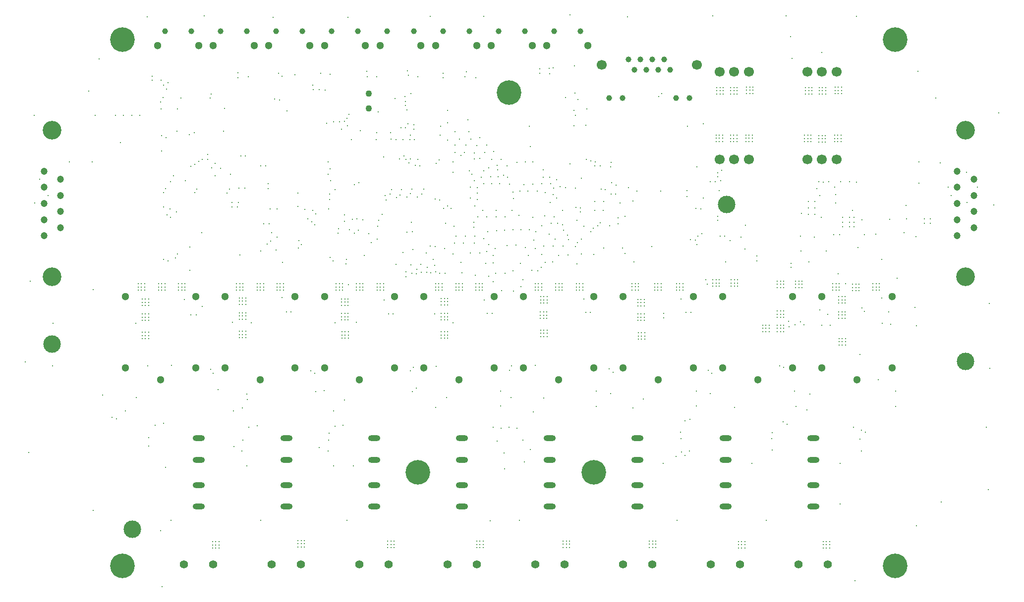
<source format=gbr>
%TF.GenerationSoftware,Altium Limited,Altium Designer,23.11.1 (41)*%
G04 Layer_Color=0*
%FSLAX45Y45*%
%MOMM*%
%TF.SameCoordinates,42F4153E-1698-40C0-8701-72EE62771F10*%
%TF.FilePolarity,Positive*%
%TF.FileFunction,Plated,1,6,PTH,Drill*%
%TF.Part,Single*%
G01*
G75*
%TA.AperFunction,ComponentDrill*%
%ADD119C,1.00000*%
%ADD121C,4.20000*%
%TA.AperFunction,OtherDrill,Pad Free-0 (20.649mm,11.272mm)*%
%ADD122C,3.00000*%
%TA.AperFunction,ComponentDrill*%
%ADD123C,1.30000*%
%ADD124C,3.20000*%
%ADD125C,1.20000*%
%ADD126C,1.10000*%
%ADD127C,1.70000*%
%ADD128C,1.00000*%
%ADD129C,1.70000*%
%ADD130C,1.30000*%
%ADD131C,1.40000*%
%TA.AperFunction,OtherDrill,Pad Free-0 (163mm,40mm)*%
%ADD132C,3.00000*%
%TA.AperFunction,OtherDrill,Pad Free-0 (122.2mm,66.8mm)*%
%ADD133C,3.00000*%
%TA.AperFunction,OtherDrill,Pad Free-0 (7mm,43mm)*%
%ADD134C,3.00000*%
%TA.AperFunction,ComponentDrill*%
%ADD135O,2.10000X1.00000*%
%TA.AperFunction,ViaDrill,NotFilled*%
%ADD136C,0.30000*%
D119*
X3075000Y9650000D02*
D03*
X2625000D02*
D03*
X4025000D02*
D03*
X3575000D02*
D03*
X4975000D02*
D03*
X4525000D02*
D03*
X5925000D02*
D03*
X5475000D02*
D03*
X6875000D02*
D03*
X6425000D02*
D03*
X7825000D02*
D03*
X7375000D02*
D03*
X8775000D02*
D03*
X8325000D02*
D03*
X9725000D02*
D03*
X9275000D02*
D03*
D121*
X9950000Y2100000D02*
D03*
X6950000D02*
D03*
X1900000Y500000D02*
D03*
X8500000Y8600000D02*
D03*
X15100000Y500000D02*
D03*
X1900000Y9500000D02*
D03*
X15100000D02*
D03*
D122*
X2064883Y1127230D02*
D03*
D123*
X14450000Y3690000D02*
D03*
X13850000Y5110000D02*
D03*
X15050000D02*
D03*
X13850000Y3890000D02*
D03*
X15050000D02*
D03*
X12750000Y3690000D02*
D03*
X12150000Y5110000D02*
D03*
X13350000D02*
D03*
X12150000Y3890000D02*
D03*
X13350000D02*
D03*
X11050000Y3690000D02*
D03*
X10450000Y5110000D02*
D03*
X11650000D02*
D03*
X10450000Y3890000D02*
D03*
X11650000D02*
D03*
X9350000Y3690000D02*
D03*
X8750000Y5110000D02*
D03*
X9950000D02*
D03*
X8750000Y3890000D02*
D03*
X9950000D02*
D03*
X7650000Y3690000D02*
D03*
X7050000Y5110000D02*
D03*
X8250000D02*
D03*
X7050000Y3890000D02*
D03*
X8250000D02*
D03*
X5950000Y3690000D02*
D03*
X5350000Y5110000D02*
D03*
X6550000D02*
D03*
X5350000Y3890000D02*
D03*
X6550000D02*
D03*
X4250000Y3690000D02*
D03*
X3650000Y5110000D02*
D03*
X4850000D02*
D03*
X3650000Y3890000D02*
D03*
X4850000D02*
D03*
X2550000Y3690000D02*
D03*
X1950000Y5110000D02*
D03*
X3150000D02*
D03*
X1950000Y3890000D02*
D03*
X3150000D02*
D03*
D124*
X16300000Y7950000D02*
D03*
Y5450000D02*
D03*
X700000Y7950000D02*
D03*
Y5450000D02*
D03*
D125*
X16158000Y7254000D02*
D03*
X16442000Y7115500D02*
D03*
X16158000Y6977000D02*
D03*
X16442000Y6838500D02*
D03*
X16158000Y6700000D02*
D03*
X16442000Y6561500D02*
D03*
X16158000Y6423000D02*
D03*
X16442000Y6284500D02*
D03*
X16158000Y6146000D02*
D03*
X558000Y7254000D02*
D03*
X842000Y7115500D02*
D03*
X558000Y6977000D02*
D03*
X842000Y6838500D02*
D03*
X558000Y6700000D02*
D03*
X842000Y6561500D02*
D03*
X558000Y6423000D02*
D03*
X842000Y6284500D02*
D03*
X558000Y6146000D02*
D03*
D126*
X6105000Y8582000D02*
D03*
Y8328000D02*
D03*
D127*
X10087000Y9074000D02*
D03*
X11713000D02*
D03*
D128*
X11586200Y8503000D02*
D03*
X11357200D02*
D03*
X10443200D02*
D03*
X10214200D02*
D03*
X10646600Y8985200D02*
D03*
X10849800D02*
D03*
X11053000D02*
D03*
X11256200D02*
D03*
X11154600Y9163000D02*
D03*
X10951400D02*
D03*
X10748200D02*
D03*
X10545000D02*
D03*
D129*
X12600000Y7450000D02*
D03*
X12350000D02*
D03*
X14100000D02*
D03*
X13850000D02*
D03*
X13600000D02*
D03*
X14100000Y8950000D02*
D03*
X13850000D02*
D03*
X13600000D02*
D03*
X12100000Y7450000D02*
D03*
X12600000Y8950000D02*
D03*
X12350000D02*
D03*
X12100000D02*
D03*
D130*
X3200000Y9400000D02*
D03*
X2500000D02*
D03*
X4150000D02*
D03*
X3450000D02*
D03*
X5100000D02*
D03*
X4400000D02*
D03*
X6050000D02*
D03*
X5350000D02*
D03*
X7000000D02*
D03*
X6300000D02*
D03*
X7950000D02*
D03*
X7250000D02*
D03*
X8900000D02*
D03*
X8200000D02*
D03*
X9850000D02*
D03*
X9150000D02*
D03*
D131*
X2950000Y530000D02*
D03*
X3450000D02*
D03*
X4450000D02*
D03*
X4950000D02*
D03*
X5950000D02*
D03*
X6450000D02*
D03*
X7450000D02*
D03*
X7950000D02*
D03*
X8950000D02*
D03*
X9450000D02*
D03*
X10450000D02*
D03*
X10950000D02*
D03*
X11950000D02*
D03*
X12450000D02*
D03*
X13450000D02*
D03*
X13950000D02*
D03*
D132*
X16300000Y4000000D02*
D03*
D133*
X12220000Y6680000D02*
D03*
D134*
X700000Y4300000D02*
D03*
D135*
X6200000Y2685000D02*
D03*
Y2315000D02*
D03*
Y1885000D02*
D03*
Y1515000D02*
D03*
X10700000Y2685000D02*
D03*
Y2315000D02*
D03*
Y1885000D02*
D03*
Y1515000D02*
D03*
X13700000Y2685000D02*
D03*
Y2315000D02*
D03*
Y1885000D02*
D03*
Y1515000D02*
D03*
X3200000Y2685000D02*
D03*
Y2315000D02*
D03*
Y1885000D02*
D03*
Y1515000D02*
D03*
X7700000Y2685000D02*
D03*
Y2315000D02*
D03*
Y1885000D02*
D03*
Y1515000D02*
D03*
X12200000Y2685000D02*
D03*
Y2315000D02*
D03*
Y1885000D02*
D03*
Y1515000D02*
D03*
X4700000Y2685000D02*
D03*
Y2315000D02*
D03*
Y1885000D02*
D03*
Y1515000D02*
D03*
X9200000Y2685000D02*
D03*
Y2315000D02*
D03*
Y1885000D02*
D03*
Y1515000D02*
D03*
D136*
X14080000Y6710000D02*
D03*
X13808182Y6840000D02*
D03*
X13839999Y6460000D02*
D03*
X15285001Y6670000D02*
D03*
X4710000Y8280000D02*
D03*
X5736301Y8157325D02*
D03*
X5690000Y8103500D02*
D03*
X5767931Y8220890D02*
D03*
X6340000Y6510000D02*
D03*
X6275000Y6410000D02*
D03*
X6260000Y6310000D02*
D03*
X2840000Y8315000D02*
D03*
X4635000Y5695000D02*
D03*
X6570000Y5660000D02*
D03*
X13920000Y5890000D02*
D03*
X4900325Y6877796D02*
D03*
X4420901Y6605913D02*
D03*
X5452730Y7089163D02*
D03*
X5410000Y7410000D02*
D03*
X15506749Y7049297D02*
D03*
X14535828Y6424666D02*
D03*
X15294608Y6433935D02*
D03*
X15005095Y6426225D02*
D03*
X14374689Y6584600D02*
D03*
X15700000Y6437309D02*
D03*
X15699384Y6358438D02*
D03*
X9543378Y7379408D02*
D03*
X9189428Y9012212D02*
D03*
X7773471Y8949577D02*
D03*
X4895080Y6646156D02*
D03*
X3576562Y7301390D02*
D03*
X15461000Y4608000D02*
D03*
X8996405Y5550209D02*
D03*
X5842000Y2215000D02*
D03*
X5414459Y2469103D02*
D03*
X8766194Y2277461D02*
D03*
X3936060Y2465910D02*
D03*
X5430000Y2770000D02*
D03*
X11359877Y2377988D02*
D03*
X11585671Y2463462D02*
D03*
X11508823Y2395012D02*
D03*
X15595975Y6358438D02*
D03*
X15441333Y4922605D02*
D03*
X15596590Y6437309D02*
D03*
X15454202Y6136146D02*
D03*
X15251007Y6204846D02*
D03*
X14199130Y6300000D02*
D03*
Y6380000D02*
D03*
X14150850Y6165000D02*
D03*
X13967805Y7070749D02*
D03*
X13873396Y7067457D02*
D03*
X14570688Y6163523D02*
D03*
X14768398Y6179457D02*
D03*
X16005237Y6976752D02*
D03*
X16321611Y7230810D02*
D03*
X16505820Y6980176D02*
D03*
X16326405Y6720639D02*
D03*
X16056596Y6837054D02*
D03*
X402946Y6708306D02*
D03*
X627857Y6836174D02*
D03*
X485147Y7112461D02*
D03*
X7685683Y5690890D02*
D03*
X10488604Y5845523D02*
D03*
X3418286Y8570809D02*
D03*
X3125000Y7915000D02*
D03*
X2561500Y8320000D02*
D03*
X2651261Y8653618D02*
D03*
X2682173Y8767500D02*
D03*
X6890000Y7790000D02*
D03*
X6810000D02*
D03*
X6690000D02*
D03*
X6570000D02*
D03*
X2594500Y8514500D02*
D03*
X2553500Y8440000D02*
D03*
X2604931Y8724931D02*
D03*
X2564069Y8810000D02*
D03*
X1780000Y8210000D02*
D03*
X1920000D02*
D03*
X2060000D02*
D03*
X2200000D02*
D03*
X2410000Y8880000D02*
D03*
Y8810000D02*
D03*
X5341465Y3500388D02*
D03*
X6849483Y3483054D02*
D03*
X8360703Y3240479D02*
D03*
X8359581Y3487286D02*
D03*
X9992999Y3228139D02*
D03*
X9996365Y3490652D02*
D03*
X11702700Y3234868D02*
D03*
X11704945Y3489529D02*
D03*
X13381219Y3490442D02*
D03*
X15108311Y3230017D02*
D03*
Y3488915D02*
D03*
X3949463Y3202397D02*
D03*
X4024915Y3436988D02*
D03*
X13257663Y2923422D02*
D03*
X13187663Y2968422D02*
D03*
X13404553Y3232172D02*
D03*
X11433659Y2786500D02*
D03*
X11510817Y2982150D02*
D03*
X9260000Y9020000D02*
D03*
X5415526Y7198825D02*
D03*
X13323077Y5611528D02*
D03*
X12740000Y5800000D02*
D03*
X5900713Y6440325D02*
D03*
X5826241Y6430730D02*
D03*
X5690449Y6504550D02*
D03*
X12535352Y5922589D02*
D03*
X13725000Y6512500D02*
D03*
X13614999D02*
D03*
X13725000Y6622500D02*
D03*
X13614999D02*
D03*
X13725000Y6732500D02*
D03*
X13614999D02*
D03*
X3255000Y6205000D02*
D03*
X3910000Y5820000D02*
D03*
X4261979Y5885984D02*
D03*
X3780000Y4670000D02*
D03*
X4100000Y4660000D02*
D03*
X5900000Y4665000D02*
D03*
X5535000Y4660000D02*
D03*
X5760000Y5315000D02*
D03*
X6835000Y6380000D02*
D03*
X7545000Y7230000D02*
D03*
X7455000Y8290000D02*
D03*
X2895000Y8500000D02*
D03*
X1870000Y7740000D02*
D03*
X710000Y3920000D02*
D03*
X715000Y4655000D02*
D03*
X2125000Y4650000D02*
D03*
X2330000Y3920000D02*
D03*
X2735000Y3930000D02*
D03*
X7260000Y3915000D02*
D03*
X8955000Y3930000D02*
D03*
X7550000Y4660000D02*
D03*
X7230000Y4810000D02*
D03*
X14814999Y3685000D02*
D03*
X14499409Y4116097D02*
D03*
X14250000Y5330000D02*
D03*
X15130000Y5420000D02*
D03*
X14464999Y5950000D02*
D03*
X13720000Y6125000D02*
D03*
X6485000Y815000D02*
D03*
X6540000D02*
D03*
X8060000Y925000D02*
D03*
X3440000Y860000D02*
D03*
X4955000Y880000D02*
D03*
X5010000D02*
D03*
X4900000Y825000D02*
D03*
X6430000Y925000D02*
D03*
X8060000Y870000D02*
D03*
X3495000Y915000D02*
D03*
Y860000D02*
D03*
Y805000D02*
D03*
X4900000Y880000D02*
D03*
X4955000Y935000D02*
D03*
X3550000Y915000D02*
D03*
X8060000Y815000D02*
D03*
X7950000Y925000D02*
D03*
X3550000Y805000D02*
D03*
X5010000Y935000D02*
D03*
X6430000Y815000D02*
D03*
Y870000D02*
D03*
X8005000Y870000D02*
D03*
X6485000D02*
D03*
X4955000Y825000D02*
D03*
X5010000D02*
D03*
X6485000Y925000D02*
D03*
X3440000Y915000D02*
D03*
X3550000Y860000D02*
D03*
X3440000Y805000D02*
D03*
X6540000Y925000D02*
D03*
X8005000Y815000D02*
D03*
X7950000Y870000D02*
D03*
Y815000D02*
D03*
X8005000Y925000D02*
D03*
X4900000Y935000D02*
D03*
X6540000Y870000D02*
D03*
X2820190Y6555000D02*
D03*
X2720000Y6465000D02*
D03*
X2662580Y6506760D02*
D03*
X5070000Y6440000D02*
D03*
X5130000Y6390000D02*
D03*
X6390000Y6835000D02*
D03*
X6475000Y6865000D02*
D03*
X9740000Y5835000D02*
D03*
X9950000Y5825000D02*
D03*
X8865000Y7675000D02*
D03*
X7798226Y8129193D02*
D03*
X8850147Y8017918D02*
D03*
X6555000Y8495000D02*
D03*
X6270000Y8265000D02*
D03*
X5960000Y7945000D02*
D03*
X5815000Y7795000D02*
D03*
X5640000Y7970000D02*
D03*
X1325000Y8620000D02*
D03*
X1504927Y9168770D02*
D03*
X2320000Y9890000D02*
D03*
X3295000Y9905000D02*
D03*
X4470000Y9885000D02*
D03*
X5755000Y9880000D02*
D03*
X7160000Y9900000D02*
D03*
X8075000D02*
D03*
X9545000Y9925000D02*
D03*
X10530000Y9895000D02*
D03*
X11985000Y9905000D02*
D03*
X13239999Y9910000D02*
D03*
X13310001Y9550000D02*
D03*
X13335001Y9185000D02*
D03*
X13845000Y9285000D02*
D03*
X14439999Y9900000D02*
D03*
X15489999Y8960000D02*
D03*
X15795000Y8500000D02*
D03*
X16870000Y8250000D02*
D03*
X16780000Y6675000D02*
D03*
X16710001Y4990000D02*
D03*
X16720000Y3880000D02*
D03*
X16660001Y2875000D02*
D03*
X16695000Y1810000D02*
D03*
X15889999Y1595000D02*
D03*
X15461340Y1191161D02*
D03*
X14410001Y250000D02*
D03*
X2555000Y1100000D02*
D03*
X2580000Y145000D02*
D03*
X240000Y3995000D02*
D03*
X300000Y2440000D02*
D03*
X1400000Y1455000D02*
D03*
X1795000Y3020000D02*
D03*
X5935000Y7055000D02*
D03*
X7825000Y7260000D02*
D03*
X7260000Y7390000D02*
D03*
X6400000Y6760000D02*
D03*
X6645000Y6845000D02*
D03*
X6820000Y6870000D02*
D03*
X7010000Y6865000D02*
D03*
X6940000Y6810000D02*
D03*
X6760000D02*
D03*
X11797309Y6186759D02*
D03*
X11730000Y6140000D02*
D03*
X11715000Y6000000D02*
D03*
X11605000Y6080000D02*
D03*
X11685000Y6075000D02*
D03*
X9825000Y7450000D02*
D03*
X9975000Y7415000D02*
D03*
X10245000Y7405000D02*
D03*
X9024999Y9005000D02*
D03*
X7375000Y8855000D02*
D03*
X6785000Y8895000D02*
D03*
X6770000Y8970000D02*
D03*
X6085000Y8870000D02*
D03*
X6075000Y8965000D02*
D03*
X4625000Y8875000D02*
D03*
X3875000Y8850000D02*
D03*
X5160000Y8645000D02*
D03*
X5260000D02*
D03*
X4580000Y8470000D02*
D03*
X3071496Y7333248D02*
D03*
X3265106Y7456292D02*
D03*
X3205000Y7418500D02*
D03*
X3135000Y7365000D02*
D03*
X3725330Y6944670D02*
D03*
X4385000Y7035000D02*
D03*
X3140000Y6885000D02*
D03*
X2635000Y6955000D02*
D03*
X2600000Y5740000D02*
D03*
X2805000Y5770000D02*
D03*
X2680000Y5715000D02*
D03*
X11145000Y4745000D02*
D03*
X14880000Y4655000D02*
D03*
X14530000Y4915000D02*
D03*
X13195000Y3895000D02*
D03*
X11970000Y3795000D02*
D03*
X13130000Y3925000D02*
D03*
X10285000Y3810000D02*
D03*
X8550000Y3920000D02*
D03*
X6870000Y3895000D02*
D03*
X5185000Y3795000D02*
D03*
X3450000Y3800000D02*
D03*
X11590143Y3012672D02*
D03*
X14589452Y2789632D02*
D03*
X12895000Y1280000D02*
D03*
X11370000D02*
D03*
X8685000Y1285000D02*
D03*
X8180000Y1275000D02*
D03*
X5735000Y1280000D02*
D03*
X4260000Y1285000D02*
D03*
X1400000Y5225000D02*
D03*
X325000Y5375000D02*
D03*
X1435000Y8205000D02*
D03*
X395000D02*
D03*
X997142Y7409179D02*
D03*
X1385000Y7410000D02*
D03*
X2835000Y7935000D02*
D03*
X2565000Y7600000D02*
D03*
X3400000Y8500000D02*
D03*
X3645000Y8325000D02*
D03*
X2570000Y7860000D02*
D03*
X3045000Y7880000D02*
D03*
X4000000Y7510000D02*
D03*
X4310000Y6350000D02*
D03*
X4435000Y6060000D02*
D03*
X4955000Y5995000D02*
D03*
X4910000Y6065000D02*
D03*
X5495000Y5715000D02*
D03*
X5715000Y5665000D02*
D03*
X5450000Y5775000D02*
D03*
X5150000Y6583500D02*
D03*
X5200000Y6525000D02*
D03*
X5185000Y6335000D02*
D03*
X12070000Y7158000D02*
D03*
Y7229000D02*
D03*
X6723459Y8529959D02*
D03*
X11064358Y8528324D02*
D03*
X11114562Y8578529D02*
D03*
X11540000Y6920000D02*
D03*
X11545000Y6820000D02*
D03*
X9205000Y6715000D02*
D03*
X7515000Y6615000D02*
D03*
X7160000Y5975000D02*
D03*
X8240000Y7588500D02*
D03*
X8910000Y7410000D02*
D03*
X8780000D02*
D03*
X13510001Y5371500D02*
D03*
X13455000D02*
D03*
X11890000Y5320000D02*
D03*
X11864840Y5399840D02*
D03*
X12200000Y5700000D02*
D03*
X11985000Y5395000D02*
D03*
X12355000D02*
D03*
X12300000D02*
D03*
X12040000D02*
D03*
X12095000D02*
D03*
X12410000D02*
D03*
X13139999Y5375000D02*
D03*
X13195000D02*
D03*
X13085001D02*
D03*
X13630000Y5700000D02*
D03*
X13400000Y5371500D02*
D03*
X10120000Y6730000D02*
D03*
X6760000Y8300000D02*
D03*
X9470000Y6970000D02*
D03*
X9320000Y7110000D02*
D03*
X9215000Y7040000D02*
D03*
X9200000Y7150000D02*
D03*
X9090000Y7280000D02*
D03*
X9380000Y6990000D02*
D03*
X9265000Y6960000D02*
D03*
X7865000Y7200000D02*
D03*
X3745000Y7198500D02*
D03*
X2975000Y7090000D02*
D03*
X2773000Y7175000D02*
D03*
X10322460Y6857284D02*
D03*
X10251920Y6865352D02*
D03*
X10330000Y7010000D02*
D03*
X10370000Y6350000D02*
D03*
X10482500Y6477500D02*
D03*
X10225000Y6320000D02*
D03*
X10370000Y6455001D02*
D03*
X10402500Y6707500D02*
D03*
X10622500Y6742500D02*
D03*
X7450000Y8080000D02*
D03*
X7420000Y6365000D02*
D03*
X5865000Y7020000D02*
D03*
X5860000Y6190000D02*
D03*
X6253286Y6086714D02*
D03*
X10547500Y6972500D02*
D03*
X6585000Y6800000D02*
D03*
X6665000Y6935000D02*
D03*
X6793000Y7397494D02*
D03*
X6744714Y7454959D02*
D03*
X6708500Y7516550D02*
D03*
X6635000Y7465000D02*
D03*
X13320000Y5675000D02*
D03*
X12740000Y5715000D02*
D03*
X12465000Y6125000D02*
D03*
X12277889Y6062111D02*
D03*
X10640000Y5700000D02*
D03*
X9250000D02*
D03*
X9510000Y5820000D02*
D03*
X9350000Y5810000D02*
D03*
X9120000Y5695000D02*
D03*
X9061500Y5829067D02*
D03*
X8829670Y5810330D02*
D03*
X8007111Y5851462D02*
D03*
X7839770Y5850263D02*
D03*
X4904169Y5935948D02*
D03*
X6777023Y8065000D02*
D03*
X3355000Y7535500D02*
D03*
X3360000Y7455000D02*
D03*
X6980000Y7345000D02*
D03*
X6730000Y7995000D02*
D03*
X6880000Y8050000D02*
D03*
X6875000Y7970000D02*
D03*
X6655000Y7995000D02*
D03*
X6240000Y7910000D02*
D03*
X6233620Y7794999D02*
D03*
X3625000Y7935000D02*
D03*
X3482455Y7384726D02*
D03*
X3420000Y7310000D02*
D03*
X6815000Y7870000D02*
D03*
X6950000Y7455000D02*
D03*
X6900000Y7355000D02*
D03*
X6815000Y7465000D02*
D03*
X3170000Y6950000D02*
D03*
X6360000Y7500000D02*
D03*
X6735000Y8447000D02*
D03*
Y8376000D02*
D03*
X4526112Y5902694D02*
D03*
X3055000Y5955000D02*
D03*
X2840000Y5840000D02*
D03*
X2605000Y6885000D02*
D03*
X14050000Y6165000D02*
D03*
X14125000Y5495000D02*
D03*
X13795000Y7070000D02*
D03*
X6739427Y5534606D02*
D03*
X6739670Y5444670D02*
D03*
X6920000Y5500000D02*
D03*
X6845000Y5502522D02*
D03*
X6926541Y5572302D02*
D03*
X1720000Y3040000D02*
D03*
X6495000Y6940000D02*
D03*
X6690000Y5860000D02*
D03*
X6825000Y5650000D02*
D03*
X3410000Y3865000D02*
D03*
X6760000Y6210000D02*
D03*
X7000000Y5660660D02*
D03*
X5120000Y3840000D02*
D03*
X7005000Y5520000D02*
D03*
X6815000Y3840000D02*
D03*
X7095000Y5520000D02*
D03*
X8515000Y3850000D02*
D03*
X10240213Y7328415D02*
D03*
X6845000Y6945000D02*
D03*
X7211961Y5740299D02*
D03*
X7110000Y5605000D02*
D03*
X7170000Y5515000D02*
D03*
X7320000Y5510000D02*
D03*
X7250000Y5530000D02*
D03*
X7235000Y5645000D02*
D03*
X7305000Y5325000D02*
D03*
X7250000D02*
D03*
X7360000D02*
D03*
X10211406Y3873594D02*
D03*
X6855000Y6215000D02*
D03*
X7407280Y5510084D02*
D03*
X8215000Y4820000D02*
D03*
X11910000Y3850000D02*
D03*
X7050000Y6950000D02*
D03*
X7705000Y5325000D02*
D03*
X7650000D02*
D03*
X7595000D02*
D03*
X8080000Y5050000D02*
D03*
X7940000Y5215000D02*
D03*
X13480000Y4675000D02*
D03*
X13280000Y4685000D02*
D03*
X13285001Y4595000D02*
D03*
X5745000Y8030000D02*
D03*
X5510000Y8100000D02*
D03*
X7936682Y8847597D02*
D03*
X7335000Y8020000D02*
D03*
X7310000Y7445000D02*
D03*
X6945000Y8865000D02*
D03*
X6825000Y8580000D02*
D03*
X5445000Y8912081D02*
D03*
X5155000Y8720000D02*
D03*
X4021288Y2208835D02*
D03*
X2645000Y7830000D02*
D03*
X5605000Y8100000D02*
D03*
X6010000Y6425000D02*
D03*
X5390000Y8075000D02*
D03*
X13195000Y4510000D02*
D03*
Y4565000D02*
D03*
X13385001Y4630000D02*
D03*
X3050000Y5560000D02*
D03*
X2605000Y6645000D02*
D03*
X3770000Y6720000D02*
D03*
X3775000Y6640000D02*
D03*
X4543161Y6609858D02*
D03*
X5019241Y6597078D02*
D03*
X5690000Y6397550D02*
D03*
X3865000Y6645000D02*
D03*
X3885000Y6715000D02*
D03*
X7240000Y6780000D02*
D03*
X7385000Y6615000D02*
D03*
X4345000Y7340000D02*
D03*
X5440000Y6770000D02*
D03*
X5530000Y6940000D02*
D03*
X5447252Y7293012D02*
D03*
X4260000Y7345000D02*
D03*
X5437500Y6857500D02*
D03*
X5425000Y6610039D02*
D03*
X11940000Y7070000D02*
D03*
X12140000Y7270000D02*
D03*
X12115000Y7090000D02*
D03*
X6150000Y6030000D02*
D03*
X5730000Y5740000D02*
D03*
X7450000Y6655000D02*
D03*
X7320000Y6760000D02*
D03*
X12021998Y7073003D02*
D03*
X4385000Y6955000D02*
D03*
X3925000Y7510000D02*
D03*
X4500000Y8485000D02*
D03*
X5360000Y8640000D02*
D03*
X9470000Y8510000D02*
D03*
X13850000Y4615000D02*
D03*
X8135000Y4820000D02*
D03*
X6450000Y4815000D02*
D03*
X4700000Y4845000D02*
D03*
X3065000Y4795000D02*
D03*
X5590000Y6266952D02*
D03*
X7740000Y7570000D02*
D03*
X7680000Y7525000D02*
D03*
X6488336Y7797500D02*
D03*
X6107500Y6187500D02*
D03*
X9505000Y6155000D02*
D03*
X9520965Y6085818D02*
D03*
X3875000Y8935000D02*
D03*
X4570000Y8930000D02*
D03*
X5285000D02*
D03*
X7380000D02*
D03*
X9024999D02*
D03*
X9815000Y4840000D02*
D03*
X9150000Y4735000D02*
D03*
Y4790000D02*
D03*
X9095000Y4735000D02*
D03*
X9040000D02*
D03*
X9100000Y4535000D02*
D03*
X9155000D02*
D03*
X9045000D02*
D03*
Y4425000D02*
D03*
X9100000D02*
D03*
X9045000Y4480000D02*
D03*
X9155000Y4425000D02*
D03*
X9100000Y4480000D02*
D03*
X9155000D02*
D03*
X10815000Y4810000D02*
D03*
X11530000Y4835000D02*
D03*
X11695000Y6615000D02*
D03*
X11440000Y2680000D02*
D03*
X3960000Y2655000D02*
D03*
X5425000D02*
D03*
X8430000Y2160000D02*
D03*
X8420000Y2435000D02*
D03*
X8865000Y2495000D02*
D03*
X11450000Y2450000D02*
D03*
X13000000Y2485000D02*
D03*
X14525000Y2465000D02*
D03*
X2345000Y2695000D02*
D03*
X9970000Y6585000D02*
D03*
X10115000D02*
D03*
X9970000Y6730000D02*
D03*
X9193932Y8914896D02*
D03*
X7750000Y8865000D02*
D03*
X6240000D02*
D03*
X4850000Y8900000D02*
D03*
X4050000Y8865000D02*
D03*
X9680000Y8475000D02*
D03*
X9815000Y8040000D02*
D03*
X9835000Y8315000D02*
D03*
X11550000Y8025000D02*
D03*
X11825000Y8065000D02*
D03*
X9900000Y7430000D02*
D03*
X11780000Y6610000D02*
D03*
X11710000Y7330000D02*
D03*
X14195000Y4280000D02*
D03*
X14250000Y4335000D02*
D03*
Y4280000D02*
D03*
X14195000Y4335000D02*
D03*
X14575000Y4855000D02*
D03*
X13139999Y4565000D02*
D03*
X13195000Y4620000D02*
D03*
X13085001Y4510000D02*
D03*
X13139999D02*
D03*
Y4620000D02*
D03*
X13085001Y4565000D02*
D03*
Y4620000D02*
D03*
X13545000Y4625000D02*
D03*
X5650000Y4395000D02*
D03*
X5705000D02*
D03*
X5650000Y4450000D02*
D03*
X5760000Y4395000D02*
D03*
X10705000Y4950000D02*
D03*
X10760000D02*
D03*
X10815000D02*
D03*
X9890000Y4840000D02*
D03*
X10760000Y4810000D02*
D03*
X10705000D02*
D03*
X11145000Y4820000D02*
D03*
X8153580Y5458500D02*
D03*
X7925000Y5471000D02*
D03*
X6030000Y5810000D02*
D03*
X8050000Y5270000D02*
D03*
X4405000Y6350000D02*
D03*
X4375000Y6005000D02*
D03*
X4545000Y6125000D02*
D03*
X3260000Y4940000D02*
D03*
X5585000Y6190000D02*
D03*
X4445000Y6200000D02*
D03*
X14519450Y2824632D02*
D03*
X3995000Y6965000D02*
D03*
X12995467Y2779671D02*
D03*
X3690000Y6880000D02*
D03*
X4650000Y5325000D02*
D03*
X10800000Y3360000D02*
D03*
X3485000Y7175000D02*
D03*
X3890000Y6960000D02*
D03*
X7455000Y4395000D02*
D03*
X7400000D02*
D03*
X8500000Y2870000D02*
D03*
X2725000Y7075000D02*
D03*
X7400000Y4450000D02*
D03*
X7345000Y4395000D02*
D03*
Y4505000D02*
D03*
Y4450000D02*
D03*
X8235000Y2870000D02*
D03*
X4005000Y4515000D02*
D03*
Y4460000D02*
D03*
Y4405000D02*
D03*
X3950000D02*
D03*
X5510000Y3150000D02*
D03*
X5665000Y2910000D02*
D03*
X2710000Y6610000D02*
D03*
X4200000Y2895000D02*
D03*
X2345000Y4440000D02*
D03*
Y4385000D02*
D03*
X2290000D02*
D03*
Y4440000D02*
D03*
Y4495000D02*
D03*
X2345000D02*
D03*
X2235000Y4385000D02*
D03*
Y4810000D02*
D03*
Y4440000D02*
D03*
Y4700000D02*
D03*
Y4495000D02*
D03*
Y4755000D02*
D03*
X2140000Y3380000D02*
D03*
X2170000Y5215000D02*
D03*
Y5270000D02*
D03*
X2290000Y4755000D02*
D03*
Y4700000D02*
D03*
Y4810000D02*
D03*
X2600000Y2940000D02*
D03*
X7696187Y5513819D02*
D03*
X9430000Y5970000D02*
D03*
X11825000Y6790000D02*
D03*
X12095000Y6920000D02*
D03*
X15505000Y7415000D02*
D03*
X15870000Y7395000D02*
D03*
X12540000Y6330000D02*
D03*
X12070000Y6480000D02*
D03*
Y6410000D02*
D03*
X12190000Y6140000D02*
D03*
X12110000D02*
D03*
X14870000Y5740000D02*
D03*
X13500000Y6530000D02*
D03*
X13489999Y5890000D02*
D03*
X13480000Y6140000D02*
D03*
X14199130Y6460000D02*
D03*
X14439999Y7065000D02*
D03*
X14320000Y7070000D02*
D03*
X14170000D02*
D03*
X14070000Y6980000D02*
D03*
X13764999Y6955000D02*
D03*
X14085001Y6850000D02*
D03*
X14400000Y6460000D02*
D03*
Y6380000D02*
D03*
Y6300000D02*
D03*
X14320000D02*
D03*
Y6380000D02*
D03*
Y6460000D02*
D03*
X12360000Y3210000D02*
D03*
X9100000Y3370000D02*
D03*
X7440000Y3380000D02*
D03*
X2960000Y5060000D02*
D03*
X3161033Y4795406D02*
D03*
X4630000Y5090000D02*
D03*
X4775000Y4845000D02*
D03*
X6370000Y5050000D02*
D03*
X6525000Y4815000D02*
D03*
X9780000Y5070000D02*
D03*
X11440000D02*
D03*
X11610000Y4835000D02*
D03*
X13810001Y4880000D02*
D03*
X13950000Y4800000D02*
D03*
X13989999Y4620000D02*
D03*
X14870000Y5080000D02*
D03*
X14989999Y4850000D02*
D03*
X15019914Y4633312D02*
D03*
X13589999Y3170000D02*
D03*
X13639999Y3440000D02*
D03*
X11940000Y3450000D02*
D03*
X10240000D02*
D03*
X10620000Y3200000D02*
D03*
X8920000Y3140000D02*
D03*
X8540000Y3380000D02*
D03*
X7250000Y3210000D02*
D03*
X6920724Y3538210D02*
D03*
X5690000Y3340000D02*
D03*
X5205715Y3485203D02*
D03*
X4030000Y3350000D02*
D03*
X3536073Y3519908D02*
D03*
X3800000Y3150000D02*
D03*
X1560000Y3420000D02*
D03*
X1950000Y3150000D02*
D03*
X2460000Y2910000D02*
D03*
X2344400Y2552038D02*
D03*
X2640000Y2190000D02*
D03*
X4060000Y2870000D02*
D03*
X3800645Y2541651D02*
D03*
X5530000Y2890000D02*
D03*
X5260953Y2526923D02*
D03*
X5503161Y2208811D02*
D03*
X8370000Y2860000D02*
D03*
X8300000Y2640000D02*
D03*
X8740000Y2650000D02*
D03*
X8640000Y2860000D02*
D03*
X11140000Y2258695D02*
D03*
X12989999Y2680000D02*
D03*
X12652308Y2258695D02*
D03*
X14500000Y2670000D02*
D03*
X14389783Y2874767D02*
D03*
X14161761Y2258695D02*
D03*
X14160001Y1560000D02*
D03*
X2730000Y1280000D02*
D03*
X13925000Y920000D02*
D03*
Y865000D02*
D03*
X13980000D02*
D03*
X13925000Y810000D02*
D03*
X13870000D02*
D03*
X13980000D02*
D03*
X13870000Y865000D02*
D03*
Y920000D02*
D03*
X13980000D02*
D03*
X12475000D02*
D03*
Y865000D02*
D03*
X12530000D02*
D03*
X12475000Y810000D02*
D03*
X12420000D02*
D03*
X12530000D02*
D03*
X12420000Y865000D02*
D03*
Y920000D02*
D03*
X12530000D02*
D03*
X10955000Y930000D02*
D03*
Y875000D02*
D03*
X11010000D02*
D03*
X10955000Y820000D02*
D03*
X10900000D02*
D03*
X11010000D02*
D03*
X10900000Y875000D02*
D03*
Y930000D02*
D03*
X11010000D02*
D03*
X9485000D02*
D03*
Y875000D02*
D03*
X9540000D02*
D03*
X9485000Y820000D02*
D03*
X9430000D02*
D03*
X9540000D02*
D03*
X9430000Y875000D02*
D03*
Y930000D02*
D03*
X9540000D02*
D03*
X7240000Y5960000D02*
D03*
X7560000Y6310000D02*
D03*
X7550000Y7410000D02*
D03*
X6480000Y7910000D02*
D03*
X5930000Y6240000D02*
D03*
X5780000Y6250000D02*
D03*
X6860000Y5910000D02*
D03*
X7090000Y5850000D02*
D03*
X9050000Y5610000D02*
D03*
X9660000Y5670000D02*
D03*
X10940000Y5960000D02*
D03*
X10440000Y5935000D02*
D03*
X10120000D02*
D03*
X9640000Y6960000D02*
D03*
X9740000Y7130000D02*
D03*
X9970000Y7340000D02*
D03*
X10060000D02*
D03*
X10255000Y7060000D02*
D03*
X9640000Y8210000D02*
D03*
X9610000Y8030000D02*
D03*
Y8290000D02*
D03*
X9620000Y9050000D02*
D03*
X9630000Y8590000D02*
D03*
X13663612Y7867731D02*
D03*
X13553613D02*
D03*
Y7812731D02*
D03*
X13663612Y7757731D02*
D03*
X13553613D02*
D03*
X13608614D02*
D03*
X13663612Y7812731D02*
D03*
X13608614D02*
D03*
Y7867731D02*
D03*
X13908614Y7862731D02*
D03*
X13798613D02*
D03*
Y7807731D02*
D03*
X13908614Y7752731D02*
D03*
X13798613D02*
D03*
X13853613D02*
D03*
X13908614Y7807731D02*
D03*
X13853613D02*
D03*
Y7862731D02*
D03*
X14173613Y7867731D02*
D03*
X14063612D02*
D03*
Y7812731D02*
D03*
X14173613Y7757731D02*
D03*
X14063612D02*
D03*
X14118613D02*
D03*
X14173613Y7812731D02*
D03*
X14118613D02*
D03*
Y7867731D02*
D03*
X13678613Y8682731D02*
D03*
X13568613D02*
D03*
Y8627731D02*
D03*
X13678613Y8572731D02*
D03*
X13568613D02*
D03*
X13623613D02*
D03*
X13678613Y8627731D02*
D03*
X13623613D02*
D03*
Y8682731D02*
D03*
X13913612D02*
D03*
X13803613D02*
D03*
Y8627731D02*
D03*
X13913612Y8572731D02*
D03*
X13803613D02*
D03*
X13858614D02*
D03*
X13913612Y8627731D02*
D03*
X13858614D02*
D03*
Y8682731D02*
D03*
X14183614Y8687731D02*
D03*
X14073613D02*
D03*
Y8632731D02*
D03*
X14183614Y8577731D02*
D03*
X14073613D02*
D03*
X14128613D02*
D03*
X14183614Y8632731D02*
D03*
X14128613D02*
D03*
Y8687731D02*
D03*
X7330000Y7870000D02*
D03*
X7580000Y7930000D02*
D03*
X7820000D02*
D03*
X8000000Y7830000D02*
D03*
X8120000Y7700000D02*
D03*
X8370000Y7450000D02*
D03*
X7850000Y7800000D02*
D03*
X7660000D02*
D03*
X7450000Y7780000D02*
D03*
X7580000Y7700000D02*
D03*
X7770000D02*
D03*
X7580000Y7570000D02*
D03*
X7910000Y7560000D02*
D03*
Y7460000D02*
D03*
X8000000Y7470000D02*
D03*
X8160000Y7310000D02*
D03*
X8070000Y7260000D02*
D03*
X7840000Y6790000D02*
D03*
Y6980000D02*
D03*
X7910000Y7090000D02*
D03*
X8030000Y7150000D02*
D03*
X8190000Y7160000D02*
D03*
X8320000D02*
D03*
X8470000Y7340000D02*
D03*
X8640000Y7400000D02*
D03*
X9090000Y7150000D02*
D03*
X9290000Y6090000D02*
D03*
X9640000Y5960000D02*
D03*
X8892365Y5560279D02*
D03*
X8740000Y5400000D02*
D03*
X8710000Y5280000D02*
D03*
X8580541Y5202687D02*
D03*
X8380000Y5210000D02*
D03*
X8230000Y5360000D02*
D03*
X7550000Y5840000D02*
D03*
X8110000Y5680000D02*
D03*
X3895000Y4515000D02*
D03*
Y4460000D02*
D03*
Y4405000D02*
D03*
X3950000Y4460000D02*
D03*
Y4515000D02*
D03*
X5760000Y4505000D02*
D03*
X5650000D02*
D03*
X5760000Y4450000D02*
D03*
X5705000D02*
D03*
Y4505000D02*
D03*
X7455000D02*
D03*
Y4450000D02*
D03*
X7400000Y4505000D02*
D03*
X10820000Y4490000D02*
D03*
X10710000D02*
D03*
Y4435000D02*
D03*
X10820000Y4380000D02*
D03*
X10710000D02*
D03*
X10765000D02*
D03*
X10820000Y4435000D02*
D03*
X10765000D02*
D03*
Y4490000D02*
D03*
X14195000Y4390000D02*
D03*
X14139999Y4280000D02*
D03*
Y4335000D02*
D03*
Y4390000D02*
D03*
X14250000D02*
D03*
X12889999Y4620000D02*
D03*
Y4565000D02*
D03*
X12945000D02*
D03*
X12889999Y4510000D02*
D03*
X12835001D02*
D03*
X12945000D02*
D03*
X12835001Y4565000D02*
D03*
Y4620000D02*
D03*
X12945000D02*
D03*
X12615000Y8690000D02*
D03*
Y8635000D02*
D03*
X12670000D02*
D03*
X12615000Y8580000D02*
D03*
X12560000D02*
D03*
X12670000D02*
D03*
X12560000Y8635000D02*
D03*
Y8690000D02*
D03*
X12670000D02*
D03*
X12345000Y8685000D02*
D03*
Y8630000D02*
D03*
X12400000D02*
D03*
X12345000Y8575000D02*
D03*
X12290000D02*
D03*
X12400000D02*
D03*
X12290000Y8630000D02*
D03*
Y8685000D02*
D03*
X12400000D02*
D03*
X12110000D02*
D03*
Y8630000D02*
D03*
X12165000D02*
D03*
X12110000Y8575000D02*
D03*
X12055000D02*
D03*
X12165000D02*
D03*
X12055000Y8630000D02*
D03*
Y8685000D02*
D03*
X12165000D02*
D03*
X12605000Y7870000D02*
D03*
Y7815000D02*
D03*
X12660000D02*
D03*
X12605000Y7760000D02*
D03*
X12550000D02*
D03*
X12660000D02*
D03*
X12550000Y7815000D02*
D03*
Y7870000D02*
D03*
X12660000D02*
D03*
X12340000Y7865000D02*
D03*
Y7810000D02*
D03*
X12395000D02*
D03*
X12340000Y7755000D02*
D03*
X12285000D02*
D03*
X12395000D02*
D03*
X12285000Y7810000D02*
D03*
Y7865000D02*
D03*
X12395000D02*
D03*
X12095000Y7870000D02*
D03*
Y7815000D02*
D03*
X12150000D02*
D03*
X12095000Y7760000D02*
D03*
X12040000D02*
D03*
X12150000D02*
D03*
X12040000Y7815000D02*
D03*
Y7870000D02*
D03*
X12150000D02*
D03*
X14245000Y4850000D02*
D03*
X14135001D02*
D03*
Y4795000D02*
D03*
X14245000Y4740000D02*
D03*
X14135001D02*
D03*
X14189999D02*
D03*
X14245000Y4795000D02*
D03*
X14189999D02*
D03*
Y4850000D02*
D03*
X14245000Y5105000D02*
D03*
X14135001D02*
D03*
Y5050000D02*
D03*
X14245000Y4995000D02*
D03*
X14135001D02*
D03*
X14189999D02*
D03*
X14245000Y5050000D02*
D03*
X14189999D02*
D03*
Y5105000D02*
D03*
X14830000Y5325000D02*
D03*
X14720000D02*
D03*
Y5270000D02*
D03*
X14830000Y5215000D02*
D03*
X14720000D02*
D03*
X14775000D02*
D03*
X14830000Y5270000D02*
D03*
X14775000D02*
D03*
Y5325000D02*
D03*
X14485001Y5320000D02*
D03*
X14375000D02*
D03*
Y5265000D02*
D03*
X14485001Y5210000D02*
D03*
X14375000D02*
D03*
X14430000D02*
D03*
X14485001Y5265000D02*
D03*
X14430000D02*
D03*
Y5320000D02*
D03*
X14145000Y5325000D02*
D03*
X14035001D02*
D03*
Y5270000D02*
D03*
X14145000Y5215000D02*
D03*
X14035001D02*
D03*
X14089999D02*
D03*
X14145000Y5270000D02*
D03*
X14089999D02*
D03*
Y5325000D02*
D03*
X13195000Y4860000D02*
D03*
X13085001D02*
D03*
Y4805000D02*
D03*
X13195000Y4750000D02*
D03*
X13085001D02*
D03*
X13139999D02*
D03*
X13195000Y4805000D02*
D03*
X13139999D02*
D03*
Y4860000D02*
D03*
X13400000Y5320000D02*
D03*
X13510001Y5265000D02*
D03*
X13400000D02*
D03*
X13455000D02*
D03*
X13510001Y5320000D02*
D03*
X13455000D02*
D03*
X13085001Y5320000D02*
D03*
X13195000Y5265000D02*
D03*
X13085001D02*
D03*
X13139999D02*
D03*
X13195000Y5320000D02*
D03*
X13139999D02*
D03*
X12300000Y5340000D02*
D03*
X12410000Y5285000D02*
D03*
X12300000D02*
D03*
X12355000D02*
D03*
X12410000Y5340000D02*
D03*
X12355000D02*
D03*
X11985000Y5340000D02*
D03*
X12095000Y5285000D02*
D03*
X11985000D02*
D03*
X12040000D02*
D03*
X12095000Y5340000D02*
D03*
X12040000D02*
D03*
X11475000Y5325000D02*
D03*
X11365000D02*
D03*
Y5270000D02*
D03*
X11475000Y5215000D02*
D03*
X11365000D02*
D03*
X11420000D02*
D03*
X11475000Y5270000D02*
D03*
X11420000D02*
D03*
Y5325000D02*
D03*
X2345000Y4810000D02*
D03*
Y4700000D02*
D03*
Y4755000D02*
D03*
Y5065000D02*
D03*
X2235000D02*
D03*
Y5010000D02*
D03*
X2345000Y4955000D02*
D03*
X2235000D02*
D03*
X2290000D02*
D03*
X2345000Y5010000D02*
D03*
X2290000D02*
D03*
Y5065000D02*
D03*
X2280000Y5325000D02*
D03*
X2170000D02*
D03*
X2280000Y5215000D02*
D03*
X2225000D02*
D03*
X2280000Y5270000D02*
D03*
X2225000D02*
D03*
Y5325000D02*
D03*
X2970000D02*
D03*
X2860000D02*
D03*
Y5270000D02*
D03*
X2970000Y5215000D02*
D03*
X2860000D02*
D03*
X2915000D02*
D03*
X2970000Y5270000D02*
D03*
X2915000D02*
D03*
Y5325000D02*
D03*
X2625000D02*
D03*
X2515000D02*
D03*
Y5270000D02*
D03*
X2625000Y5215000D02*
D03*
X2515000D02*
D03*
X2570000D02*
D03*
X2625000Y5270000D02*
D03*
X2570000D02*
D03*
Y5325000D02*
D03*
X4005000Y4830000D02*
D03*
X3895000D02*
D03*
Y4775000D02*
D03*
X4005000Y4720000D02*
D03*
X3895000D02*
D03*
X3950000D02*
D03*
X4005000Y4775000D02*
D03*
X3950000D02*
D03*
Y4830000D02*
D03*
X4005000Y5085000D02*
D03*
X3895000D02*
D03*
Y5030000D02*
D03*
X4005000Y4975000D02*
D03*
X3895000D02*
D03*
X3950000D02*
D03*
X4005000Y5030000D02*
D03*
X3950000D02*
D03*
Y5085000D02*
D03*
X3960000Y5325000D02*
D03*
X3850000D02*
D03*
Y5270000D02*
D03*
X3960000Y5215000D02*
D03*
X3850000D02*
D03*
X3905000D02*
D03*
X3960000Y5270000D02*
D03*
X3905000D02*
D03*
Y5325000D02*
D03*
X4540000D02*
D03*
Y5270000D02*
D03*
X4650000Y5215000D02*
D03*
X4540000D02*
D03*
X4595000D02*
D03*
X4650000Y5270000D02*
D03*
X4595000D02*
D03*
Y5325000D02*
D03*
X4310000D02*
D03*
X4200000D02*
D03*
Y5270000D02*
D03*
X4310000Y5215000D02*
D03*
X4200000D02*
D03*
X4255000D02*
D03*
X4310000Y5270000D02*
D03*
X4255000D02*
D03*
Y5325000D02*
D03*
X5755000Y4820000D02*
D03*
X5645000D02*
D03*
Y4765000D02*
D03*
X5755000Y4710000D02*
D03*
X5645000D02*
D03*
X5700000D02*
D03*
X5755000Y4765000D02*
D03*
X5700000D02*
D03*
Y4820000D02*
D03*
X5755000Y5070000D02*
D03*
X5645000D02*
D03*
Y5015000D02*
D03*
X5755000Y4960000D02*
D03*
X5645000D02*
D03*
X5700000D02*
D03*
X5755000Y5015000D02*
D03*
X5700000D02*
D03*
Y5070000D02*
D03*
X5660000Y5325000D02*
D03*
X5550000D02*
D03*
Y5270000D02*
D03*
X5660000Y5215000D02*
D03*
X5550000D02*
D03*
X5605000D02*
D03*
X5660000Y5270000D02*
D03*
X5605000D02*
D03*
Y5325000D02*
D03*
X6360000D02*
D03*
X6250000D02*
D03*
Y5270000D02*
D03*
X6360000Y5215000D02*
D03*
X6250000D02*
D03*
X6305000D02*
D03*
X6360000Y5270000D02*
D03*
X6305000D02*
D03*
Y5325000D02*
D03*
X6010000D02*
D03*
X5900000D02*
D03*
Y5270000D02*
D03*
X6010000Y5215000D02*
D03*
X5900000D02*
D03*
X5955000D02*
D03*
X6010000Y5270000D02*
D03*
X5955000D02*
D03*
Y5325000D02*
D03*
X7455000Y4820000D02*
D03*
X7345000D02*
D03*
Y4765000D02*
D03*
X7455000Y4710000D02*
D03*
X7345000D02*
D03*
X7400000D02*
D03*
X7455000Y4765000D02*
D03*
X7400000D02*
D03*
Y4820000D02*
D03*
X7455000Y5075000D02*
D03*
X7345000D02*
D03*
Y5020000D02*
D03*
X7455000Y4965000D02*
D03*
X7345000D02*
D03*
X7400000D02*
D03*
X7455000Y5020000D02*
D03*
X7400000D02*
D03*
Y5075000D02*
D03*
X7250000Y5270000D02*
D03*
X7360000Y5215000D02*
D03*
X7250000D02*
D03*
X7305000D02*
D03*
X7360000Y5270000D02*
D03*
X7305000D02*
D03*
X7595000Y5270000D02*
D03*
X7705000Y5215000D02*
D03*
X7595000D02*
D03*
X7650000D02*
D03*
X7705000Y5270000D02*
D03*
X7650000D02*
D03*
X8050000Y5325000D02*
D03*
X7940000D02*
D03*
Y5270000D02*
D03*
X8050000Y5215000D02*
D03*
X7995000D02*
D03*
Y5270000D02*
D03*
Y5325000D02*
D03*
X9060000D02*
D03*
X8950000D02*
D03*
Y5270000D02*
D03*
X9060000Y5215000D02*
D03*
X8950000D02*
D03*
X9005000D02*
D03*
X9060000Y5270000D02*
D03*
X9005000D02*
D03*
Y5325000D02*
D03*
X9765000D02*
D03*
X9655000D02*
D03*
Y5270000D02*
D03*
X9765000Y5215000D02*
D03*
X9655000D02*
D03*
X9710000D02*
D03*
X9765000Y5270000D02*
D03*
X9710000D02*
D03*
Y5325000D02*
D03*
X9410000D02*
D03*
X9300000D02*
D03*
Y5270000D02*
D03*
X9410000Y5215000D02*
D03*
X9300000D02*
D03*
X9355000D02*
D03*
X9410000Y5270000D02*
D03*
X9355000D02*
D03*
Y5325000D02*
D03*
X9155000Y5105000D02*
D03*
X9045000D02*
D03*
Y5050000D02*
D03*
X9155000Y4995000D02*
D03*
X9045000D02*
D03*
X9100000D02*
D03*
X9155000Y5050000D02*
D03*
X9100000D02*
D03*
Y5105000D02*
D03*
X9150000Y4845000D02*
D03*
X9040000D02*
D03*
Y4790000D02*
D03*
X9095000Y4790000D02*
D03*
Y4845000D02*
D03*
X10705000Y4755000D02*
D03*
X10815000Y4700000D02*
D03*
X10705000D02*
D03*
X10760000D02*
D03*
X10815000Y4755000D02*
D03*
X10760000D02*
D03*
X10815000Y5060000D02*
D03*
X10705000D02*
D03*
Y5005000D02*
D03*
X10815000Y5005000D02*
D03*
X10760000D02*
D03*
Y5060000D02*
D03*
X10715000Y5330000D02*
D03*
X10605000D02*
D03*
Y5275000D02*
D03*
X10715000Y5220000D02*
D03*
X10605000D02*
D03*
X10660000D02*
D03*
X10715000Y5275000D02*
D03*
X10660000D02*
D03*
Y5330000D02*
D03*
X11100000Y5325000D02*
D03*
X10990000D02*
D03*
Y5270000D02*
D03*
X11100000Y5215000D02*
D03*
X10990000D02*
D03*
X11045000D02*
D03*
X11100000Y5270000D02*
D03*
X11045000D02*
D03*
Y5325000D02*
D03*
X8275000Y5510000D02*
D03*
X8265000Y5930000D02*
D03*
X8965000Y6215000D02*
D03*
X8855000Y6255000D02*
D03*
X8710000D02*
D03*
X8570000D02*
D03*
X8425000Y6245000D02*
D03*
X8295000Y6235000D02*
D03*
X8140000Y6220000D02*
D03*
X8620000Y5985000D02*
D03*
X8470000Y5980000D02*
D03*
X8075000Y6100000D02*
D03*
X8925000Y6075000D02*
D03*
X8785000Y5950000D02*
D03*
X8160000Y6000000D02*
D03*
X8700000Y5675000D02*
D03*
X8575000Y5550000D02*
D03*
X8435000Y5510000D02*
D03*
X7576157Y6026382D02*
D03*
X8235000Y5685000D02*
D03*
X7900000Y6290000D02*
D03*
X8235000Y5810000D02*
D03*
X7600000Y6145000D02*
D03*
X7760000D02*
D03*
X7725000Y6025000D02*
D03*
X8125000Y5875000D02*
D03*
X7406000Y5930000D02*
D03*
X7920000Y6145000D02*
D03*
X9260000Y5970000D02*
D03*
X9095000D02*
D03*
X8955000Y5930000D02*
D03*
X7910000Y6025000D02*
D03*
X9330000Y6360000D02*
D03*
X9225000D02*
D03*
X9060000Y6320000D02*
D03*
X7905000Y6375000D02*
D03*
X9420000Y6585000D02*
D03*
Y6340000D02*
D03*
X9275000Y6470500D02*
D03*
X7970000Y6475000D02*
D03*
X8285000D02*
D03*
X7920000Y6655000D02*
D03*
X8120000Y6475000D02*
D03*
X9110000Y6485000D02*
D03*
X8910000Y6460000D02*
D03*
X8670000Y6495000D02*
D03*
X8440000Y6475000D02*
D03*
X9120000Y6890000D02*
D03*
X8985000Y6910000D02*
D03*
X8825000D02*
D03*
X8690000D02*
D03*
X9190000Y6175000D02*
D03*
X8580000Y6785000D02*
D03*
X8570000Y6895000D02*
D03*
X8515000Y7030000D02*
D03*
X8480000Y7150000D02*
D03*
X8205000Y7455000D02*
D03*
X8085000Y7575000D02*
D03*
X8300000Y7350000D02*
D03*
X7955000Y7695000D02*
D03*
X8555000Y6585000D02*
D03*
X8280000D02*
D03*
X8055000D02*
D03*
X8755000Y7025000D02*
D03*
X8910000Y7030000D02*
D03*
X9060000Y7035000D02*
D03*
X9260000Y6855000D02*
D03*
X9320000Y6795000D02*
D03*
X8345000Y7040000D02*
D03*
X8205000D02*
D03*
X8070000D02*
D03*
X7965000Y6975000D02*
D03*
X7960000Y6880000D02*
D03*
Y6765000D02*
D03*
X8410000Y7185000D02*
D03*
X8310000Y7275000D02*
D03*
X9904225Y6218672D02*
D03*
X10020684Y6315684D02*
D03*
X10065000Y6371154D02*
D03*
X9940000Y6280000D02*
D03*
X9435000Y6245000D02*
D03*
X9650000Y6630000D02*
D03*
X9722559Y6627441D02*
D03*
X9721026Y6554111D02*
D03*
X9660000Y6415000D02*
D03*
X10078500Y6945000D02*
D03*
X10149300Y6939680D02*
D03*
X9740000Y6090000D02*
D03*
X9670000Y6030000D02*
D03*
X9785000Y6315000D02*
D03*
X11095000Y6910000D02*
D03*
X10685000D02*
D03*
%TF.MD5,c99c2be6d4fc64d22e6b1d59552ed101*%
M02*

</source>
